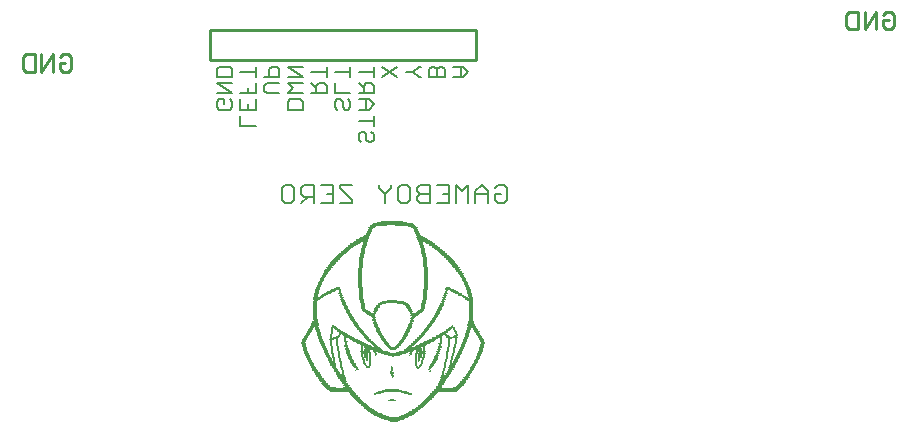
<source format=gbo>
G75*
%MOIN*%
%OFA0B0*%
%FSLAX25Y25*%
%IPPOS*%
%LPD*%
%AMOC8*
5,1,8,0,0,1.08239X$1,22.5*
%
%ADD10C,0.00800*%
%ADD11R,0.00440X0.00222*%
%ADD12R,0.02450X0.00222*%
%ADD13R,0.04220X0.00223*%
%ADD14R,0.05550X0.00222*%
%ADD15R,0.06890X0.00222*%
%ADD16R,0.08000X0.00222*%
%ADD17R,0.08890X0.00222*%
%ADD18R,0.04230X0.00223*%
%ADD19R,0.04000X0.00222*%
%ADD20R,0.03560X0.00222*%
%ADD21R,0.03330X0.00222*%
%ADD22R,0.03110X0.00222*%
%ADD23R,0.03110X0.00223*%
%ADD24R,0.03120X0.00222*%
%ADD25R,0.02660X0.00222*%
%ADD26R,0.02670X0.00222*%
%ADD27R,0.02440X0.00222*%
%ADD28R,0.02670X0.00222*%
%ADD29R,0.02450X0.00223*%
%ADD30R,0.02220X0.00222*%
%ADD31R,0.02230X0.00222*%
%ADD32R,0.02440X0.00223*%
%ADD33R,0.02220X0.00223*%
%ADD34R,0.02000X0.00222*%
%ADD35R,0.02220X0.00222*%
%ADD36R,0.02000X0.00223*%
%ADD37R,0.02440X0.00222*%
%ADD38R,0.01780X0.00222*%
%ADD39R,0.01560X0.00222*%
%ADD40R,0.01780X0.00223*%
%ADD41R,0.01770X0.00222*%
%ADD42R,0.00890X0.00222*%
%ADD43R,0.01110X0.00222*%
%ADD44R,0.01560X0.00223*%
%ADD45R,0.02890X0.00222*%
%ADD46R,0.03550X0.00222*%
%ADD47R,0.04220X0.00222*%
%ADD48R,0.07110X0.00222*%
%ADD49R,0.07780X0.00222*%
%ADD50R,0.08450X0.00222*%
%ADD51R,0.08000X0.00223*%
%ADD52R,0.06890X0.00223*%
%ADD53R,0.08220X0.00223*%
%ADD54R,0.08220X0.00222*%
%ADD55R,0.04440X0.00222*%
%ADD56R,0.08230X0.00222*%
%ADD57R,0.01550X0.00223*%
%ADD58R,0.01550X0.00222*%
%ADD59R,0.02230X0.00223*%
%ADD60R,0.00230X0.00222*%
%ADD61R,0.00450X0.00222*%
%ADD62R,0.00890X0.00223*%
%ADD63R,0.00670X0.00223*%
%ADD64R,0.00880X0.00223*%
%ADD65R,0.00880X0.00222*%
%ADD66R,0.00660X0.00222*%
%ADD67R,0.01120X0.00222*%
%ADD68R,0.00890X0.00222*%
%ADD69R,0.01120X0.00223*%
%ADD70R,0.00890X0.00223*%
%ADD71R,0.00220X0.00222*%
%ADD72R,0.00670X0.00223*%
%ADD73R,0.00440X0.00223*%
%ADD74R,0.00670X0.00222*%
%ADD75R,0.01340X0.00222*%
%ADD76R,0.00220X0.00222*%
%ADD77R,0.01110X0.00223*%
%ADD78R,0.00450X0.00223*%
%ADD79R,0.00220X0.00223*%
%ADD80R,0.01330X0.00223*%
%ADD81R,0.00670X0.00222*%
%ADD82R,0.00660X0.00223*%
%ADD83R,0.01340X0.00222*%
%ADD84R,0.01330X0.00222*%
%ADD85R,0.04220X0.00222*%
%ADD86R,0.05770X0.00223*%
%ADD87R,0.03780X0.00222*%
%ADD88R,0.03770X0.00222*%
%ADD89R,0.04890X0.00222*%
%ADD90R,0.04000X0.00223*%
%ADD91R,0.03340X0.00222*%
%ADD92R,0.05330X0.00222*%
%ADD93R,0.01340X0.00223*%
%ADD94R,0.05330X0.00223*%
%ADD95R,0.02670X0.00223*%
%ADD96R,0.05110X0.00223*%
%ADD97R,0.01340X0.00223*%
%ADD98R,0.05110X0.00222*%
%ADD99R,0.02890X0.00223*%
%ADD100R,0.02440X0.00223*%
%ADD101R,0.02220X0.00223*%
%ADD102R,0.02890X0.00222*%
%ADD103R,0.03330X0.00223*%
%ADD104R,0.08670X0.00222*%
%ADD105R,0.07550X0.00222*%
%ADD106R,0.05560X0.00222*%
%ADD107R,0.01770X0.00223*%
%ADD108R,0.02670X0.00223*%
%ADD109R,0.05560X0.00223*%
%ADD110R,0.06670X0.00223*%
%ADD111R,0.14220X0.00222*%
%ADD112R,0.13330X0.00222*%
%ADD113R,0.11780X0.00222*%
%ADD114R,0.10000X0.00223*%
%ADD115R,0.07330X0.00222*%
%ADD116C,0.00900*%
%ADD117C,0.01000*%
D10*
X0114612Y0128696D02*
X0113577Y0129730D01*
X0113577Y0133867D01*
X0114612Y0134901D01*
X0116680Y0134901D01*
X0117714Y0133867D01*
X0117714Y0129730D01*
X0116680Y0128696D01*
X0114612Y0128696D01*
X0120023Y0128696D02*
X0122091Y0130765D01*
X0121057Y0130765D02*
X0124160Y0130765D01*
X0124160Y0128696D02*
X0124160Y0134901D01*
X0121057Y0134901D01*
X0120023Y0133867D01*
X0120023Y0131799D01*
X0121057Y0130765D01*
X0126468Y0128696D02*
X0130605Y0128696D01*
X0130605Y0134901D01*
X0126468Y0134901D01*
X0128537Y0131799D02*
X0130605Y0131799D01*
X0132914Y0133867D02*
X0137051Y0129730D01*
X0137051Y0128696D01*
X0132914Y0128696D01*
X0132914Y0133867D02*
X0132914Y0134901D01*
X0137051Y0134901D01*
X0145805Y0134901D02*
X0145805Y0133867D01*
X0147873Y0131799D01*
X0147873Y0128696D01*
X0147873Y0131799D02*
X0149942Y0133867D01*
X0149942Y0134901D01*
X0152250Y0133867D02*
X0153285Y0134901D01*
X0155353Y0134901D01*
X0156387Y0133867D01*
X0156387Y0129730D01*
X0155353Y0128696D01*
X0153285Y0128696D01*
X0152250Y0129730D01*
X0152250Y0133867D01*
X0158696Y0133867D02*
X0158696Y0132833D01*
X0159730Y0131799D01*
X0162833Y0131799D01*
X0162833Y0134901D02*
X0162833Y0128696D01*
X0159730Y0128696D01*
X0158696Y0129730D01*
X0158696Y0130765D01*
X0159730Y0131799D01*
X0158696Y0133867D02*
X0159730Y0134901D01*
X0162833Y0134901D01*
X0165141Y0134901D02*
X0169278Y0134901D01*
X0169278Y0128696D01*
X0165141Y0128696D01*
X0167210Y0131799D02*
X0169278Y0131799D01*
X0171587Y0134901D02*
X0171587Y0128696D01*
X0175724Y0128696D02*
X0175724Y0134901D01*
X0173655Y0132833D01*
X0171587Y0134901D01*
X0178032Y0132833D02*
X0178032Y0128696D01*
X0178032Y0131799D02*
X0182169Y0131799D01*
X0182169Y0132833D02*
X0182169Y0128696D01*
X0184478Y0129730D02*
X0184478Y0131799D01*
X0186546Y0131799D01*
X0184478Y0133867D02*
X0185512Y0134901D01*
X0187581Y0134901D01*
X0188615Y0133867D01*
X0188615Y0129730D01*
X0187581Y0128696D01*
X0185512Y0128696D01*
X0184478Y0129730D01*
X0182169Y0132833D02*
X0180101Y0134901D01*
X0178032Y0132833D01*
X0144192Y0149974D02*
X0143340Y0149122D01*
X0142488Y0149122D01*
X0141637Y0149974D01*
X0141637Y0151677D01*
X0140785Y0152529D01*
X0139934Y0152529D01*
X0139082Y0151677D01*
X0139082Y0149974D01*
X0139934Y0149122D01*
X0144192Y0149974D02*
X0144192Y0151677D01*
X0143340Y0152529D01*
X0144192Y0154560D02*
X0144192Y0157967D01*
X0144192Y0156263D02*
X0139082Y0156263D01*
X0139082Y0159998D02*
X0142488Y0159998D01*
X0144192Y0161701D01*
X0142488Y0163404D01*
X0139082Y0163404D01*
X0139082Y0165435D02*
X0144192Y0165435D01*
X0144192Y0167990D01*
X0143340Y0168842D01*
X0141637Y0168842D01*
X0140785Y0167990D01*
X0140785Y0165435D01*
X0140785Y0167139D02*
X0139082Y0168842D01*
X0136318Y0170873D02*
X0136318Y0174280D01*
X0136318Y0172576D02*
X0131208Y0172576D01*
X0128444Y0172576D02*
X0123334Y0172576D01*
X0120570Y0170873D02*
X0115460Y0174280D01*
X0120570Y0174280D01*
X0120570Y0170873D02*
X0115460Y0170873D01*
X0115460Y0168842D02*
X0120570Y0168842D01*
X0123334Y0168842D02*
X0125037Y0167139D01*
X0125037Y0167990D02*
X0125037Y0165435D01*
X0123334Y0165435D02*
X0128444Y0165435D01*
X0128444Y0167990D01*
X0127592Y0168842D01*
X0125889Y0168842D01*
X0125037Y0167990D01*
X0128444Y0170873D02*
X0128444Y0174280D01*
X0131208Y0168842D02*
X0131208Y0165435D01*
X0136318Y0165435D01*
X0135466Y0163404D02*
X0136318Y0162553D01*
X0136318Y0160849D01*
X0135466Y0159998D01*
X0134614Y0159998D01*
X0133763Y0160849D01*
X0133763Y0162553D01*
X0132911Y0163404D01*
X0132060Y0163404D01*
X0131208Y0162553D01*
X0131208Y0160849D01*
X0132060Y0159998D01*
X0141637Y0159998D02*
X0141637Y0163404D01*
X0144192Y0170873D02*
X0144192Y0174280D01*
X0144192Y0172576D02*
X0139082Y0172576D01*
X0146956Y0170873D02*
X0152066Y0174280D01*
X0154830Y0172576D02*
X0157385Y0172576D01*
X0159088Y0174280D01*
X0159940Y0174280D01*
X0162704Y0173428D02*
X0162704Y0170873D01*
X0167814Y0170873D01*
X0167814Y0173428D01*
X0166962Y0174280D01*
X0166110Y0174280D01*
X0165259Y0173428D01*
X0165259Y0170873D01*
X0159940Y0170873D02*
X0159088Y0170873D01*
X0157385Y0172576D01*
X0162704Y0173428D02*
X0163556Y0174280D01*
X0164407Y0174280D01*
X0165259Y0173428D01*
X0170578Y0174280D02*
X0173984Y0174280D01*
X0175688Y0172576D01*
X0173984Y0170873D01*
X0170578Y0170873D01*
X0173133Y0170873D02*
X0173133Y0174280D01*
X0152066Y0170873D02*
X0146956Y0174280D01*
X0120570Y0165435D02*
X0115460Y0165435D01*
X0117163Y0167139D01*
X0115460Y0168842D01*
X0112696Y0168842D02*
X0108437Y0168842D01*
X0107586Y0167990D01*
X0107586Y0166287D01*
X0108437Y0165435D01*
X0112696Y0165435D01*
X0115460Y0162553D02*
X0116311Y0163404D01*
X0119718Y0163404D01*
X0120570Y0162553D01*
X0120570Y0159998D01*
X0115460Y0159998D01*
X0115460Y0162553D01*
X0112696Y0170873D02*
X0107586Y0170873D01*
X0109289Y0170873D02*
X0109289Y0173428D01*
X0110141Y0174280D01*
X0111844Y0174280D01*
X0112696Y0173428D01*
X0112696Y0170873D01*
X0104822Y0170873D02*
X0104822Y0174280D01*
X0104822Y0172576D02*
X0099712Y0172576D01*
X0096948Y0173428D02*
X0096948Y0170873D01*
X0091838Y0170873D01*
X0091838Y0173428D01*
X0092689Y0174280D01*
X0096096Y0174280D01*
X0096948Y0173428D01*
X0096948Y0168842D02*
X0091838Y0168842D01*
X0096948Y0165435D01*
X0091838Y0165435D01*
X0092689Y0163404D02*
X0094393Y0163404D01*
X0094393Y0161701D01*
X0096096Y0159998D02*
X0092689Y0159998D01*
X0091838Y0160849D01*
X0091838Y0162553D01*
X0092689Y0163404D01*
X0096096Y0163404D02*
X0096948Y0162553D01*
X0096948Y0160849D01*
X0096096Y0159998D01*
X0099712Y0159998D02*
X0099712Y0163404D01*
X0099712Y0165435D02*
X0104822Y0165435D01*
X0104822Y0168842D01*
X0102267Y0167139D02*
X0102267Y0165435D01*
X0104822Y0163404D02*
X0104822Y0159998D01*
X0099712Y0159998D01*
X0099712Y0157967D02*
X0099712Y0154560D01*
X0104822Y0154560D01*
X0102267Y0159998D02*
X0102267Y0161701D01*
D11*
X0171365Y0081493D03*
X0170925Y0079493D03*
X0170255Y0077048D03*
X0170255Y0076826D03*
X0170035Y0075937D03*
X0162925Y0072604D03*
X0158925Y0073493D03*
X0158255Y0074826D03*
X0158255Y0075048D03*
X0150255Y0073715D03*
X0150255Y0073493D03*
X0142925Y0074604D03*
X0142925Y0074826D03*
X0142925Y0075048D03*
X0142925Y0077715D03*
X0140255Y0078382D03*
X0130925Y0076604D03*
X0130925Y0076382D03*
X0138925Y0073048D03*
X0150925Y0055715D03*
D12*
X0150810Y0055937D03*
X0167700Y0070382D03*
X0167700Y0070604D03*
X0161480Y0081937D03*
X0160590Y0081493D03*
X0162810Y0082604D03*
X0150810Y0077715D03*
X0140810Y0081493D03*
X0138590Y0082604D03*
X0137700Y0083048D03*
X0124590Y0088382D03*
X0133480Y0070604D03*
X0136810Y0114382D03*
X0137480Y0114826D03*
X0137700Y0115048D03*
X0138810Y0115715D03*
X0162590Y0115493D03*
X0164810Y0113937D03*
D13*
X0147925Y0057270D03*
X0150815Y0056159D03*
D14*
X0150810Y0056382D03*
D15*
X0150810Y0056604D03*
D16*
X0150705Y0056826D03*
D17*
X0150700Y0057048D03*
D18*
X0153700Y0057270D03*
D19*
X0147145Y0057493D03*
X0148475Y0078604D03*
D20*
X0147365Y0065715D03*
X0154255Y0057493D03*
X0143145Y0091937D03*
D21*
X0157920Y0091715D03*
X0158370Y0080382D03*
X0141480Y0078826D03*
X0146590Y0057715D03*
X0154810Y0057715D03*
X0160370Y0116604D03*
D22*
X0160260Y0116826D03*
X0140920Y0116826D03*
X0131590Y0099715D03*
X0141590Y0081048D03*
X0142700Y0080604D03*
X0141370Y0079048D03*
X0150700Y0080382D03*
X0159810Y0081048D03*
X0159810Y0079048D03*
X0165370Y0083715D03*
X0155370Y0057937D03*
X0146030Y0057937D03*
D23*
X0145590Y0058159D03*
X0155810Y0058159D03*
X0141370Y0079270D03*
X0150260Y0096159D03*
D24*
X0145145Y0058382D03*
D25*
X0144255Y0058826D03*
X0144035Y0059048D03*
X0146255Y0065493D03*
X0135145Y0067048D03*
X0156255Y0058382D03*
X0168035Y0071048D03*
X0142255Y0080826D03*
X0139145Y0115937D03*
X0160035Y0117048D03*
X0162255Y0115715D03*
D26*
X0176700Y0087937D03*
X0176700Y0087715D03*
X0165590Y0083937D03*
X0156700Y0058604D03*
X0144700Y0058604D03*
D27*
X0143255Y0059493D03*
X0143035Y0059715D03*
X0157035Y0058826D03*
X0158365Y0059715D03*
X0161035Y0081715D03*
X0162365Y0082382D03*
X0163255Y0082826D03*
X0175925Y0096604D03*
X0169255Y0099937D03*
X0163925Y0114604D03*
X0163255Y0115048D03*
X0133925Y0085048D03*
X0139035Y0082382D03*
X0139925Y0081937D03*
X0140365Y0081715D03*
D28*
X0143370Y0091493D03*
X0131810Y0099937D03*
X0125370Y0096826D03*
X0124480Y0087937D03*
X0124480Y0087715D03*
X0133370Y0070826D03*
X0157370Y0059048D03*
X0171810Y0067048D03*
X0167810Y0070826D03*
X0157810Y0091493D03*
X0175810Y0096826D03*
X0156920Y0120826D03*
X0138480Y0115493D03*
D29*
X0159700Y0117270D03*
X0157700Y0091270D03*
X0176590Y0088159D03*
X0139480Y0082159D03*
X0135480Y0084159D03*
X0124590Y0088159D03*
X0133700Y0070159D03*
X0143700Y0059270D03*
X0157700Y0059270D03*
D30*
X0158035Y0059493D03*
X0160035Y0061048D03*
X0142035Y0060382D03*
X0130255Y0075715D03*
X0141145Y0078604D03*
X0160255Y0078604D03*
X0160255Y0078826D03*
X0125145Y0096604D03*
X0135145Y0113048D03*
X0136035Y0113715D03*
X0136255Y0113937D03*
X0137145Y0114604D03*
X0144035Y0120826D03*
X0164255Y0114382D03*
X0165145Y0113715D03*
X0166035Y0113048D03*
X0166255Y0112826D03*
D31*
X0163590Y0114826D03*
X0141590Y0117493D03*
X0135590Y0113493D03*
X0130700Y0099493D03*
X0158700Y0091937D03*
X0163590Y0083048D03*
X0150700Y0079937D03*
X0133590Y0070382D03*
X0141590Y0060826D03*
X0142700Y0059937D03*
X0158700Y0059937D03*
X0159590Y0060604D03*
X0176700Y0088382D03*
D32*
X0161925Y0082159D03*
X0142365Y0060159D03*
D33*
X0155365Y0065270D03*
X0158925Y0060159D03*
X0128925Y0067270D03*
X0137365Y0083270D03*
X0165815Y0084159D03*
X0170925Y0099270D03*
X0164475Y0114159D03*
X0136475Y0114159D03*
X0135365Y0113270D03*
D34*
X0134815Y0112826D03*
X0134585Y0112604D03*
X0134365Y0112382D03*
X0133475Y0111715D03*
X0133255Y0111493D03*
X0132815Y0111048D03*
X0132585Y0110826D03*
X0132365Y0110604D03*
X0132145Y0110382D03*
X0129705Y0099048D03*
X0129255Y0098826D03*
X0128815Y0098604D03*
X0125035Y0096382D03*
X0124585Y0088826D03*
X0124585Y0088604D03*
X0131035Y0087048D03*
X0134585Y0084826D03*
X0135035Y0084604D03*
X0135255Y0084382D03*
X0141925Y0079493D03*
X0130365Y0075493D03*
X0130145Y0075937D03*
X0133925Y0069715D03*
X0133925Y0069493D03*
X0128585Y0067493D03*
X0138585Y0063493D03*
X0139035Y0063048D03*
X0139255Y0062826D03*
X0139475Y0062604D03*
X0139705Y0062382D03*
X0140145Y0061937D03*
X0140815Y0061493D03*
X0141255Y0061048D03*
X0159255Y0060382D03*
X0160585Y0061493D03*
X0160815Y0061715D03*
X0161035Y0061937D03*
X0161475Y0062382D03*
X0161705Y0062604D03*
X0163475Y0064382D03*
X0167035Y0069048D03*
X0167255Y0069493D03*
X0170145Y0073937D03*
X0170365Y0074382D03*
X0170365Y0074604D03*
X0170585Y0075048D03*
X0169705Y0083715D03*
X0166365Y0084604D03*
X0159475Y0092382D03*
X0159705Y0092604D03*
X0171255Y0099048D03*
X0171705Y0098826D03*
X0176145Y0096382D03*
X0176585Y0088604D03*
X0167705Y0111493D03*
X0167475Y0111715D03*
X0167255Y0111937D03*
X0166815Y0112382D03*
X0159475Y0117493D03*
X0157475Y0120604D03*
X0141705Y0092604D03*
X0141925Y0092382D03*
D35*
X0146475Y0095048D03*
X0154475Y0095048D03*
X0167365Y0085048D03*
X0164475Y0083493D03*
X0170475Y0074826D03*
X0167365Y0069937D03*
X0167365Y0069715D03*
X0159815Y0060826D03*
X0141815Y0060604D03*
X0140475Y0061715D03*
X0133815Y0069937D03*
X0136925Y0083493D03*
X0136475Y0083715D03*
X0170475Y0099493D03*
X0166475Y0112604D03*
X0165365Y0113493D03*
X0133815Y0111937D03*
D36*
X0134145Y0112159D03*
X0133035Y0111270D03*
X0130145Y0099270D03*
X0133925Y0085270D03*
X0134145Y0069270D03*
X0138815Y0063270D03*
X0139925Y0062159D03*
X0141035Y0061270D03*
X0145475Y0065270D03*
X0160365Y0061270D03*
X0161255Y0062159D03*
X0172365Y0067270D03*
X0167035Y0069270D03*
X0170145Y0074159D03*
X0159255Y0079270D03*
X0169035Y0100159D03*
X0167925Y0111270D03*
X0167035Y0112159D03*
X0165705Y0113270D03*
D37*
X0138145Y0082826D03*
X0160145Y0078382D03*
X0150145Y0062826D03*
D38*
X0156035Y0065048D03*
X0162035Y0062826D03*
X0162255Y0063048D03*
X0162925Y0063715D03*
X0163145Y0063937D03*
X0163815Y0064826D03*
X0164035Y0065048D03*
X0164475Y0065493D03*
X0165815Y0067048D03*
X0166035Y0067493D03*
X0166925Y0068826D03*
X0172925Y0067715D03*
X0173145Y0067937D03*
X0173815Y0068826D03*
X0174035Y0069048D03*
X0174475Y0069715D03*
X0174925Y0070382D03*
X0175145Y0070604D03*
X0170035Y0073715D03*
X0168925Y0071715D03*
X0159365Y0079493D03*
X0159365Y0079715D03*
X0166035Y0084382D03*
X0167815Y0085493D03*
X0170255Y0087048D03*
X0176475Y0088826D03*
X0176475Y0089048D03*
X0178475Y0085715D03*
X0160035Y0092826D03*
X0154925Y0094826D03*
X0141365Y0092826D03*
X0132925Y0085937D03*
X0141815Y0079715D03*
X0132475Y0071493D03*
X0130475Y0075048D03*
X0126035Y0070826D03*
X0126925Y0069493D03*
X0127365Y0069048D03*
X0127815Y0068382D03*
X0128255Y0067937D03*
X0128475Y0067715D03*
X0134255Y0069048D03*
X0134475Y0068604D03*
X0134925Y0067937D03*
X0135145Y0067715D03*
X0136925Y0065493D03*
X0137145Y0065048D03*
X0137365Y0064826D03*
X0137815Y0064382D03*
X0138255Y0063937D03*
X0138475Y0063715D03*
X0128475Y0098382D03*
X0128925Y0106382D03*
X0129365Y0107048D03*
X0129815Y0107715D03*
X0130035Y0107937D03*
X0130475Y0108382D03*
X0130925Y0109048D03*
X0131365Y0109493D03*
X0131815Y0109937D03*
X0141815Y0117715D03*
X0143365Y0120382D03*
X0157815Y0120382D03*
X0168255Y0111048D03*
X0168475Y0110826D03*
X0168925Y0110382D03*
X0169365Y0109937D03*
X0169815Y0109493D03*
X0170255Y0109048D03*
X0170255Y0108826D03*
X0170475Y0108604D03*
X0171145Y0107937D03*
X0171365Y0107493D03*
X0171815Y0107048D03*
X0172255Y0106382D03*
X0173145Y0105048D03*
X0172255Y0098604D03*
X0173365Y0097937D03*
D39*
X0174145Y0097493D03*
X0176365Y0097493D03*
X0175255Y0101048D03*
X0175035Y0101493D03*
X0174365Y0102826D03*
X0174365Y0103048D03*
X0174145Y0103493D03*
X0173925Y0103715D03*
X0173255Y0104826D03*
X0172145Y0106604D03*
X0171925Y0106826D03*
X0171255Y0107715D03*
X0160365Y0113715D03*
X0160145Y0114604D03*
X0159255Y0117715D03*
X0159035Y0117937D03*
X0158365Y0119493D03*
X0158145Y0119715D03*
X0158145Y0119937D03*
X0143035Y0119937D03*
X0143035Y0119715D03*
X0142365Y0118382D03*
X0142145Y0117937D03*
X0140145Y0110604D03*
X0129255Y0106826D03*
X0129035Y0106604D03*
X0128365Y0105715D03*
X0128365Y0105493D03*
X0127925Y0105048D03*
X0127925Y0104826D03*
X0127255Y0103937D03*
X0127255Y0103715D03*
X0127035Y0103493D03*
X0126365Y0101937D03*
X0126145Y0101715D03*
X0126145Y0101493D03*
X0125925Y0101048D03*
X0125035Y0098382D03*
X0127255Y0097715D03*
X0132365Y0100382D03*
X0141035Y0093048D03*
X0146145Y0094826D03*
X0133255Y0085715D03*
X0132365Y0086382D03*
X0131925Y0083937D03*
X0127035Y0081937D03*
X0126365Y0083493D03*
X0125925Y0084826D03*
X0123255Y0086604D03*
X0123255Y0086826D03*
X0123035Y0086382D03*
X0122365Y0085048D03*
X0122145Y0084826D03*
X0121925Y0084604D03*
X0121925Y0084382D03*
X0121255Y0083493D03*
X0121035Y0083048D03*
X0121035Y0082826D03*
X0121255Y0079937D03*
X0122145Y0077715D03*
X0122365Y0077048D03*
X0123035Y0075715D03*
X0123255Y0075493D03*
X0124145Y0073715D03*
X0124365Y0073493D03*
X0125035Y0072382D03*
X0125255Y0071937D03*
X0125925Y0071048D03*
X0126145Y0070604D03*
X0126365Y0070382D03*
X0131035Y0073715D03*
X0131035Y0073937D03*
X0131255Y0073493D03*
X0131925Y0072382D03*
X0132145Y0071937D03*
X0132365Y0071715D03*
X0134365Y0068826D03*
X0135255Y0067493D03*
X0145035Y0065048D03*
X0150145Y0063048D03*
X0166145Y0067715D03*
X0166365Y0067937D03*
X0169035Y0071937D03*
X0169255Y0072382D03*
X0169925Y0073493D03*
X0171255Y0075715D03*
X0171925Y0076826D03*
X0171925Y0077048D03*
X0172145Y0077493D03*
X0172365Y0077715D03*
X0172365Y0077937D03*
X0173255Y0079715D03*
X0173925Y0081048D03*
X0174145Y0081715D03*
X0175035Y0083937D03*
X0175255Y0084604D03*
X0175925Y0087048D03*
X0177925Y0086826D03*
X0177925Y0086604D03*
X0178145Y0086382D03*
X0178365Y0085937D03*
X0179035Y0084826D03*
X0179255Y0084604D03*
X0179255Y0084382D03*
X0180145Y0083048D03*
X0180145Y0082826D03*
X0180365Y0082382D03*
X0180365Y0081493D03*
X0179925Y0079715D03*
X0179255Y0077937D03*
X0179035Y0077493D03*
X0178365Y0075937D03*
X0178145Y0075715D03*
X0178145Y0075493D03*
X0177925Y0075048D03*
X0177255Y0073937D03*
X0177035Y0073715D03*
X0177035Y0073493D03*
X0176365Y0072604D03*
X0176365Y0072382D03*
X0175925Y0071937D03*
X0175925Y0071715D03*
X0175255Y0070826D03*
X0174365Y0069493D03*
X0159035Y0073937D03*
X0168145Y0085715D03*
X0168365Y0085937D03*
X0169035Y0086382D03*
X0141925Y0079937D03*
X0129255Y0077048D03*
X0129035Y0077493D03*
X0128365Y0078826D03*
X0128145Y0079493D03*
X0127925Y0079715D03*
X0127925Y0079937D03*
D40*
X0130475Y0075270D03*
X0125145Y0072159D03*
X0126475Y0070159D03*
X0127145Y0069270D03*
X0128035Y0068159D03*
X0138035Y0064159D03*
X0162475Y0063270D03*
X0163365Y0064159D03*
X0164255Y0065270D03*
X0165815Y0067270D03*
X0166475Y0068159D03*
X0169815Y0073270D03*
X0173365Y0068159D03*
X0167365Y0085270D03*
X0176255Y0096159D03*
X0170925Y0108159D03*
X0170035Y0109270D03*
X0169145Y0110159D03*
X0132035Y0110159D03*
X0131145Y0109270D03*
X0130255Y0108159D03*
X0128035Y0098159D03*
D41*
X0124700Y0089048D03*
X0133590Y0085493D03*
X0131590Y0083715D03*
X0130700Y0074826D03*
X0130700Y0074604D03*
X0125590Y0071493D03*
X0124700Y0072826D03*
X0127590Y0068604D03*
X0136700Y0065715D03*
X0137590Y0064604D03*
X0162700Y0063493D03*
X0163590Y0064604D03*
X0166700Y0068382D03*
X0172700Y0067493D03*
X0173590Y0068604D03*
X0157590Y0091048D03*
X0143590Y0091048D03*
X0130700Y0108826D03*
X0131590Y0109715D03*
X0143590Y0120604D03*
X0168700Y0110604D03*
X0169590Y0109715D03*
X0170700Y0108382D03*
X0172700Y0105715D03*
X0172700Y0098382D03*
D42*
X0168480Y0099493D03*
X0168260Y0099048D03*
X0168260Y0098826D03*
X0168260Y0098604D03*
X0168030Y0097937D03*
X0167810Y0097493D03*
X0167590Y0096826D03*
X0167590Y0096604D03*
X0156700Y0089048D03*
X0156700Y0088826D03*
X0156480Y0088382D03*
X0156260Y0087715D03*
X0156480Y0092604D03*
X0156260Y0093048D03*
X0144700Y0092604D03*
X0144260Y0089937D03*
X0144480Y0089048D03*
X0144700Y0088382D03*
X0140260Y0080826D03*
X0140260Y0080604D03*
X0140260Y0079493D03*
X0141810Y0077048D03*
X0141810Y0076826D03*
X0141810Y0076604D03*
X0141590Y0074382D03*
X0142260Y0073715D03*
X0138480Y0073493D03*
X0138260Y0073715D03*
X0137810Y0074382D03*
X0136030Y0077715D03*
X0135810Y0078382D03*
X0135590Y0079048D03*
X0132700Y0077937D03*
X0132700Y0077715D03*
X0132700Y0077493D03*
X0132700Y0077048D03*
X0132480Y0078382D03*
X0132480Y0078604D03*
X0132480Y0078826D03*
X0132480Y0079048D03*
X0132260Y0079715D03*
X0132260Y0079937D03*
X0132260Y0080382D03*
X0132260Y0080604D03*
X0132030Y0081048D03*
X0132030Y0081493D03*
X0132030Y0081715D03*
X0132030Y0081937D03*
X0132030Y0082382D03*
X0132030Y0082604D03*
X0132480Y0084382D03*
X0132700Y0084604D03*
X0134700Y0083715D03*
X0134700Y0083493D03*
X0134700Y0083048D03*
X0134700Y0082826D03*
X0134700Y0082604D03*
X0129810Y0082826D03*
X0133590Y0073715D03*
X0133590Y0073493D03*
X0133590Y0073048D03*
X0133810Y0072826D03*
X0133810Y0072604D03*
X0133810Y0072382D03*
X0134030Y0071937D03*
X0134030Y0071715D03*
X0134030Y0071493D03*
X0134260Y0071048D03*
X0144700Y0064826D03*
X0150260Y0071493D03*
X0150260Y0071715D03*
X0150030Y0072382D03*
X0150030Y0072604D03*
X0150700Y0077493D03*
X0144700Y0078826D03*
X0158480Y0078604D03*
X0159810Y0074604D03*
X0163590Y0074604D03*
X0167590Y0073493D03*
X0167810Y0073715D03*
X0167810Y0073937D03*
X0167810Y0074382D03*
X0168030Y0074604D03*
X0168030Y0074826D03*
X0168030Y0075048D03*
X0168030Y0075493D03*
X0168260Y0075715D03*
X0168260Y0075937D03*
X0168260Y0076382D03*
X0168260Y0076604D03*
X0168480Y0076826D03*
X0168480Y0077048D03*
X0168480Y0077493D03*
X0168480Y0077715D03*
X0168700Y0077937D03*
X0168700Y0078382D03*
X0168700Y0078604D03*
X0168700Y0078826D03*
X0168700Y0079048D03*
X0165810Y0079493D03*
X0165590Y0078826D03*
X0166030Y0080382D03*
X0166260Y0081048D03*
X0166260Y0081493D03*
X0166260Y0081715D03*
X0166480Y0082382D03*
X0166480Y0082604D03*
X0166480Y0082826D03*
X0166480Y0083048D03*
X0166480Y0083493D03*
X0168480Y0084604D03*
X0171810Y0084604D03*
X0171810Y0084826D03*
X0167590Y0073048D03*
X0167590Y0072826D03*
X0134030Y0095715D03*
X0133810Y0096382D03*
X0133590Y0096826D03*
X0133590Y0097048D03*
D43*
X0133700Y0096604D03*
X0133920Y0095937D03*
X0134370Y0095048D03*
X0134370Y0094826D03*
X0134590Y0094604D03*
X0134590Y0094382D03*
X0134810Y0093937D03*
X0135030Y0093715D03*
X0135030Y0093493D03*
X0135260Y0093048D03*
X0135480Y0092826D03*
X0135480Y0092604D03*
X0135700Y0092382D03*
X0135920Y0091937D03*
X0135920Y0091715D03*
X0136370Y0091048D03*
X0136590Y0090826D03*
X0136590Y0090604D03*
X0136810Y0090382D03*
X0137030Y0089937D03*
X0137260Y0089715D03*
X0137700Y0089048D03*
X0137920Y0088604D03*
X0138370Y0087937D03*
X0138590Y0087715D03*
X0139030Y0087048D03*
X0139260Y0086826D03*
X0144590Y0088604D03*
X0144590Y0088826D03*
X0144370Y0089493D03*
X0144370Y0089715D03*
X0145030Y0087715D03*
X0145030Y0087493D03*
X0145260Y0087048D03*
X0145480Y0086826D03*
X0145480Y0086604D03*
X0145480Y0086382D03*
X0145700Y0085937D03*
X0145920Y0085715D03*
X0146370Y0084826D03*
X0146590Y0084604D03*
X0146590Y0084382D03*
X0147030Y0083715D03*
X0147260Y0083493D03*
X0147480Y0083048D03*
X0147700Y0082826D03*
X0147920Y0082382D03*
X0149030Y0081048D03*
X0149260Y0080826D03*
X0152590Y0081493D03*
X0152810Y0081715D03*
X0153260Y0082382D03*
X0153480Y0082604D03*
X0154370Y0083937D03*
X0154590Y0084382D03*
X0154810Y0084604D03*
X0154810Y0084826D03*
X0155030Y0085048D03*
X0155260Y0085493D03*
X0155260Y0085715D03*
X0155480Y0085937D03*
X0155700Y0086382D03*
X0155700Y0086604D03*
X0155920Y0086826D03*
X0155920Y0087048D03*
X0156370Y0087937D03*
X0156590Y0088604D03*
X0156810Y0089493D03*
X0157260Y0090604D03*
X0156810Y0091937D03*
X0156590Y0092382D03*
X0156370Y0092826D03*
X0155920Y0093493D03*
X0155920Y0093715D03*
X0155700Y0093937D03*
X0155480Y0094382D03*
X0161480Y0099937D03*
X0167920Y0097715D03*
X0167700Y0097048D03*
X0167480Y0096382D03*
X0167260Y0095937D03*
X0167260Y0095715D03*
X0166810Y0094826D03*
X0166810Y0094604D03*
X0166590Y0094382D03*
X0166370Y0093937D03*
X0166370Y0093715D03*
X0165920Y0093048D03*
X0165920Y0092826D03*
X0165700Y0092604D03*
X0165700Y0092382D03*
X0165480Y0091937D03*
X0165260Y0091715D03*
X0164810Y0091048D03*
X0164810Y0090826D03*
X0164590Y0090604D03*
X0163920Y0089493D03*
X0163700Y0089048D03*
X0163480Y0088826D03*
X0161700Y0086382D03*
X0160590Y0085048D03*
X0156370Y0080826D03*
X0159480Y0077715D03*
X0159480Y0077493D03*
X0159480Y0077048D03*
X0159030Y0073715D03*
X0163480Y0074382D03*
X0163700Y0074826D03*
X0163920Y0075048D03*
X0164370Y0075715D03*
X0164370Y0075937D03*
X0164590Y0076382D03*
X0164810Y0076604D03*
X0164810Y0076826D03*
X0165030Y0077493D03*
X0165260Y0077715D03*
X0165260Y0077937D03*
X0165480Y0078382D03*
X0165480Y0078604D03*
X0165700Y0079048D03*
X0165920Y0079715D03*
X0165920Y0079937D03*
X0166370Y0081937D03*
X0168590Y0084382D03*
X0169030Y0083937D03*
X0169480Y0083493D03*
X0170590Y0083937D03*
X0176590Y0091493D03*
X0176590Y0095715D03*
X0168810Y0100382D03*
X0145700Y0094604D03*
X0145700Y0094382D03*
X0145480Y0093937D03*
X0145260Y0093715D03*
X0145030Y0093493D03*
X0144810Y0093048D03*
X0144810Y0092826D03*
X0144590Y0092382D03*
X0133260Y0097937D03*
X0133030Y0098604D03*
X0124590Y0095493D03*
X0124590Y0091937D03*
X0130810Y0087493D03*
X0131700Y0086826D03*
X0129920Y0083048D03*
X0134810Y0082382D03*
X0135030Y0081048D03*
X0135030Y0080826D03*
X0135260Y0079937D03*
X0135480Y0079493D03*
X0135700Y0078826D03*
X0135700Y0078604D03*
X0135920Y0077937D03*
X0136370Y0077048D03*
X0136370Y0076826D03*
X0136590Y0076604D03*
X0136590Y0076382D03*
X0136810Y0075937D03*
X0137030Y0075715D03*
X0137030Y0075493D03*
X0137480Y0075048D03*
X0137480Y0074826D03*
X0137700Y0074604D03*
X0141700Y0077493D03*
X0141700Y0077715D03*
X0141700Y0077937D03*
X0145260Y0080604D03*
X0156370Y0064826D03*
X0139700Y0106826D03*
D44*
X0128145Y0105270D03*
X0127035Y0103270D03*
X0126365Y0102159D03*
X0125255Y0099270D03*
X0123035Y0086159D03*
X0122365Y0085270D03*
X0121255Y0083270D03*
X0126145Y0084159D03*
X0127255Y0081270D03*
X0128145Y0079270D03*
X0129255Y0077270D03*
X0132145Y0072159D03*
X0124365Y0073270D03*
X0123925Y0074159D03*
X0123255Y0075270D03*
X0122365Y0077270D03*
X0121925Y0078159D03*
X0130145Y0083270D03*
X0137035Y0065270D03*
X0169255Y0072159D03*
X0171035Y0075270D03*
X0172145Y0077270D03*
X0173035Y0079270D03*
X0173925Y0081270D03*
X0174365Y0082159D03*
X0171255Y0084159D03*
X0178145Y0086159D03*
X0179925Y0083270D03*
X0176365Y0089270D03*
X0173035Y0098159D03*
X0175925Y0099270D03*
X0174145Y0103270D03*
X0173035Y0105270D03*
X0172365Y0106159D03*
X0159925Y0115270D03*
X0158365Y0119270D03*
X0157925Y0120159D03*
X0143255Y0120159D03*
X0141255Y0115270D03*
X0178365Y0076159D03*
X0177925Y0075270D03*
X0176145Y0072159D03*
X0174145Y0069270D03*
D45*
X0158590Y0080604D03*
X0167260Y0084826D03*
X0176810Y0087493D03*
X0169480Y0099715D03*
X0143260Y0091715D03*
X0135700Y0083937D03*
X0130810Y0083493D03*
X0125480Y0097048D03*
X0141030Y0117048D03*
X0154590Y0065493D03*
D46*
X0155810Y0079493D03*
X0159590Y0080826D03*
X0145590Y0079493D03*
X0132700Y0065715D03*
X0129810Y0067048D03*
X0140700Y0116604D03*
X0160700Y0116382D03*
D47*
X0161035Y0115937D03*
X0153255Y0065715D03*
D48*
X0167370Y0065715D03*
X0150700Y0078382D03*
D49*
X0133475Y0065937D03*
X0167925Y0065937D03*
D50*
X0150480Y0065937D03*
X0132480Y0066826D03*
D51*
X0133145Y0066159D03*
D52*
X0150370Y0066159D03*
D53*
X0168145Y0066159D03*
D54*
X0168365Y0066382D03*
X0168815Y0066826D03*
X0132815Y0066382D03*
D55*
X0150255Y0066382D03*
X0154925Y0079048D03*
X0150255Y0122604D03*
D56*
X0132590Y0066604D03*
X0168590Y0066604D03*
D57*
X0168590Y0071270D03*
X0174810Y0070159D03*
X0175480Y0071270D03*
X0176810Y0073270D03*
X0171480Y0076159D03*
X0172590Y0078159D03*
X0173480Y0080159D03*
X0175700Y0086159D03*
X0178810Y0085270D03*
X0179480Y0084159D03*
X0168810Y0086159D03*
X0174810Y0102159D03*
X0173700Y0104159D03*
X0142810Y0119270D03*
X0127480Y0104159D03*
X0126590Y0097270D03*
X0124810Y0096159D03*
X0124810Y0089270D03*
X0123700Y0087270D03*
X0121700Y0084159D03*
X0121480Y0079270D03*
X0122810Y0076159D03*
X0129700Y0076159D03*
X0130810Y0074159D03*
X0131480Y0073270D03*
X0132590Y0071270D03*
X0134810Y0068159D03*
X0135480Y0067270D03*
X0125700Y0071270D03*
X0132590Y0086159D03*
D58*
X0123700Y0074382D03*
X0123700Y0074604D03*
X0123480Y0074826D03*
X0123480Y0075048D03*
X0122590Y0076604D03*
X0121700Y0078604D03*
X0121700Y0078826D03*
X0120810Y0082382D03*
X0121480Y0083715D03*
X0121700Y0083937D03*
X0122590Y0085493D03*
X0122590Y0085715D03*
X0122810Y0085937D03*
X0123480Y0087048D03*
X0125480Y0086382D03*
X0126590Y0083048D03*
X0126810Y0082382D03*
X0127480Y0080826D03*
X0127700Y0080382D03*
X0128590Y0078382D03*
X0128810Y0077937D03*
X0129480Y0076826D03*
X0129480Y0076604D03*
X0129700Y0076382D03*
X0130810Y0074382D03*
X0131480Y0073048D03*
X0131700Y0072826D03*
X0131700Y0072604D03*
X0132810Y0071048D03*
X0134590Y0068382D03*
X0127480Y0068826D03*
X0126810Y0069715D03*
X0126590Y0069937D03*
X0125480Y0071715D03*
X0124810Y0072604D03*
X0124590Y0073048D03*
X0141480Y0078382D03*
X0150810Y0079715D03*
X0157480Y0090826D03*
X0173700Y0097715D03*
X0174810Y0097048D03*
X0175700Y0099937D03*
X0175480Y0100604D03*
X0174810Y0101937D03*
X0174590Y0102382D03*
X0174590Y0102604D03*
X0173480Y0104382D03*
X0173480Y0104604D03*
X0172810Y0105493D03*
X0172590Y0105937D03*
X0160590Y0112826D03*
X0158810Y0118382D03*
X0158590Y0118826D03*
X0158590Y0119048D03*
X0142810Y0119493D03*
X0142590Y0119048D03*
X0142590Y0118826D03*
X0141480Y0115937D03*
X0140810Y0113715D03*
X0140590Y0112826D03*
X0130590Y0108604D03*
X0129700Y0107493D03*
X0128590Y0105937D03*
X0127700Y0104604D03*
X0127700Y0104382D03*
X0126810Y0103048D03*
X0126810Y0102826D03*
X0126590Y0102604D03*
X0126590Y0102382D03*
X0125700Y0100604D03*
X0125480Y0099937D03*
X0127700Y0097937D03*
X0124810Y0089715D03*
X0124810Y0089493D03*
X0166810Y0068604D03*
X0168810Y0071493D03*
X0169480Y0072604D03*
X0169700Y0072826D03*
X0169700Y0073048D03*
X0174590Y0069937D03*
X0175480Y0071048D03*
X0175700Y0071493D03*
X0176590Y0072826D03*
X0176810Y0073048D03*
X0177480Y0074382D03*
X0177700Y0074604D03*
X0177700Y0074826D03*
X0178590Y0076382D03*
X0178590Y0076604D03*
X0178810Y0076826D03*
X0178810Y0077048D03*
X0179480Y0078604D03*
X0179700Y0079048D03*
X0179700Y0083715D03*
X0179480Y0083937D03*
X0178810Y0085048D03*
X0178590Y0085493D03*
X0177700Y0087048D03*
X0174810Y0083493D03*
X0174590Y0082826D03*
X0173700Y0080604D03*
X0172810Y0078826D03*
X0172810Y0078604D03*
X0172590Y0078382D03*
X0171700Y0076604D03*
X0171700Y0076382D03*
X0171480Y0075937D03*
X0173480Y0068382D03*
D59*
X0167590Y0070159D03*
X0143590Y0091270D03*
D60*
X0170590Y0087715D03*
X0150590Y0070604D03*
D61*
X0150480Y0070826D03*
X0150480Y0071048D03*
X0160700Y0077048D03*
X0162480Y0073048D03*
X0169810Y0075493D03*
X0170480Y0077715D03*
X0170700Y0078604D03*
X0171810Y0083937D03*
X0130700Y0087715D03*
X0130480Y0078382D03*
X0130700Y0077493D03*
D62*
X0132480Y0078159D03*
X0132700Y0077270D03*
X0132480Y0079270D03*
X0132260Y0080159D03*
X0132030Y0081270D03*
X0132030Y0082159D03*
X0134700Y0083270D03*
X0130260Y0086159D03*
X0134260Y0095270D03*
X0144480Y0092159D03*
X0144260Y0090159D03*
X0144480Y0089270D03*
X0156700Y0092159D03*
X0167810Y0097270D03*
X0168030Y0098159D03*
X0168260Y0099270D03*
X0166480Y0083270D03*
X0166480Y0082159D03*
X0166260Y0081270D03*
X0166030Y0080159D03*
X0168700Y0078159D03*
X0168480Y0077270D03*
X0168260Y0076159D03*
X0168030Y0075270D03*
X0167810Y0074159D03*
X0167590Y0073270D03*
X0141810Y0074159D03*
X0133810Y0072159D03*
X0134030Y0071270D03*
X0133590Y0073270D03*
D63*
X0130370Y0079270D03*
X0129920Y0081270D03*
X0129920Y0082159D03*
X0129920Y0084159D03*
X0131920Y0083270D03*
X0140370Y0078159D03*
X0140810Y0076159D03*
X0141920Y0076159D03*
X0142810Y0078159D03*
X0150370Y0071270D03*
X0159480Y0074159D03*
X0160370Y0076159D03*
X0160810Y0077270D03*
X0158370Y0078159D03*
X0170370Y0077270D03*
X0170810Y0079270D03*
X0171480Y0082159D03*
X0171480Y0085270D03*
D64*
X0169145Y0082159D03*
X0169145Y0081270D03*
X0167145Y0071270D03*
X0133145Y0075270D03*
X0133145Y0098159D03*
D65*
X0133145Y0098382D03*
X0135145Y0080604D03*
X0135145Y0080382D03*
X0133145Y0075715D03*
X0133145Y0075493D03*
X0133145Y0075048D03*
X0133145Y0074826D03*
X0157145Y0090382D03*
X0167145Y0095493D03*
X0169145Y0081937D03*
X0169145Y0081715D03*
X0169145Y0081493D03*
X0169145Y0081048D03*
X0169145Y0080826D03*
X0163145Y0073937D03*
X0167145Y0071493D03*
D66*
X0167255Y0071715D03*
X0170145Y0076382D03*
X0170145Y0076604D03*
X0171035Y0079715D03*
X0171035Y0079937D03*
X0171035Y0080382D03*
X0171255Y0080604D03*
X0171255Y0080826D03*
X0171255Y0081048D03*
X0169035Y0080604D03*
X0169255Y0082382D03*
X0169255Y0082604D03*
X0171255Y0085937D03*
X0171035Y0086382D03*
X0171035Y0086604D03*
X0161035Y0080604D03*
X0161035Y0080382D03*
X0161035Y0079937D03*
X0161035Y0079715D03*
X0161035Y0079493D03*
X0159255Y0076382D03*
X0158145Y0076382D03*
X0158145Y0076604D03*
X0158145Y0076826D03*
X0158145Y0077048D03*
X0158145Y0075937D03*
X0158145Y0075715D03*
X0158145Y0075493D03*
X0160145Y0075493D03*
X0160145Y0075048D03*
X0150145Y0073048D03*
X0150145Y0072826D03*
X0143035Y0075493D03*
X0143035Y0075715D03*
X0143035Y0075937D03*
X0143035Y0076382D03*
X0143035Y0076604D03*
X0143035Y0076826D03*
X0143035Y0077048D03*
X0143035Y0077493D03*
X0141035Y0075715D03*
X0141035Y0075493D03*
X0141255Y0075048D03*
X0141255Y0074826D03*
X0140145Y0079715D03*
X0140145Y0079937D03*
X0140145Y0080382D03*
X0132145Y0080826D03*
X0130145Y0080826D03*
X0130145Y0080604D03*
X0130145Y0080382D03*
X0130145Y0079937D03*
X0130145Y0079715D03*
X0130145Y0085048D03*
X0130145Y0085493D03*
X0130145Y0085715D03*
X0130145Y0085937D03*
D67*
X0136145Y0091493D03*
X0138145Y0088382D03*
X0140145Y0085715D03*
X0144145Y0090382D03*
X0144145Y0090604D03*
X0134145Y0095493D03*
X0154145Y0083715D03*
X0154145Y0083493D03*
X0156145Y0087493D03*
X0164145Y0089715D03*
X0164145Y0089937D03*
X0166145Y0093493D03*
X0168145Y0098382D03*
X0166145Y0080826D03*
X0166145Y0080604D03*
X0164145Y0075493D03*
X0150145Y0071937D03*
X0138145Y0073937D03*
X0136145Y0077493D03*
D68*
X0135370Y0079715D03*
X0134920Y0081493D03*
X0134920Y0081715D03*
X0134920Y0081937D03*
X0132920Y0084826D03*
X0132920Y0076826D03*
X0132920Y0076604D03*
X0132920Y0076382D03*
X0132920Y0075937D03*
X0133370Y0074604D03*
X0133370Y0074382D03*
X0133370Y0073937D03*
X0144920Y0087937D03*
X0156920Y0089715D03*
X0156920Y0089937D03*
X0166920Y0095048D03*
X0169370Y0083048D03*
X0169370Y0082826D03*
X0168920Y0080382D03*
X0168920Y0079937D03*
X0168920Y0079715D03*
X0168920Y0079493D03*
X0164920Y0077048D03*
X0162920Y0073715D03*
X0159370Y0076604D03*
X0159370Y0076826D03*
X0167370Y0072604D03*
X0167370Y0072382D03*
X0167370Y0071937D03*
X0133370Y0097493D03*
X0133370Y0097715D03*
X0132920Y0098826D03*
X0132920Y0099048D03*
X0132920Y0099493D03*
D69*
X0146145Y0085270D03*
X0148145Y0082159D03*
X0156145Y0087270D03*
X0156145Y0093270D03*
X0166145Y0093270D03*
X0136145Y0077270D03*
X0132145Y0084159D03*
X0150145Y0072159D03*
D70*
X0160920Y0079270D03*
X0165370Y0078159D03*
X0168920Y0079270D03*
X0168920Y0080159D03*
X0169370Y0083270D03*
X0167370Y0072159D03*
X0134920Y0081270D03*
X0134920Y0082159D03*
X0132920Y0076159D03*
X0133370Y0074159D03*
X0132920Y0099270D03*
X0167370Y0096159D03*
D71*
X0159255Y0075937D03*
X0163255Y0072826D03*
X0138145Y0072826D03*
D72*
X0138590Y0073270D03*
X0130590Y0078159D03*
X0162590Y0073270D03*
X0170590Y0078159D03*
X0171700Y0083270D03*
D73*
X0170035Y0076159D03*
X0160925Y0078159D03*
X0158255Y0077270D03*
X0158255Y0075270D03*
X0150255Y0073270D03*
X0144925Y0078159D03*
X0130925Y0076159D03*
D74*
X0130810Y0076826D03*
X0130810Y0077048D03*
X0130370Y0078604D03*
X0130370Y0078826D03*
X0130370Y0079048D03*
X0130370Y0079493D03*
X0129920Y0081048D03*
X0129920Y0081493D03*
X0129920Y0081715D03*
X0129920Y0081937D03*
X0129920Y0082382D03*
X0129920Y0082604D03*
X0129920Y0083715D03*
X0129920Y0083937D03*
X0129920Y0084382D03*
X0129920Y0084604D03*
X0129920Y0084826D03*
X0130370Y0086382D03*
X0130370Y0086604D03*
X0130370Y0086826D03*
X0131920Y0083048D03*
X0131920Y0082826D03*
X0132370Y0079493D03*
X0140370Y0077937D03*
X0140370Y0077715D03*
X0140370Y0077493D03*
X0140810Y0076382D03*
X0140810Y0075937D03*
X0141920Y0076382D03*
X0142810Y0077937D03*
X0142810Y0078382D03*
X0142810Y0078604D03*
X0144810Y0078604D03*
X0144810Y0078382D03*
X0142810Y0074382D03*
X0141480Y0074604D03*
X0156370Y0078382D03*
X0158370Y0078382D03*
X0158370Y0077937D03*
X0158370Y0077715D03*
X0158370Y0077493D03*
X0160810Y0077493D03*
X0160810Y0077715D03*
X0160810Y0077937D03*
X0160370Y0075937D03*
X0160370Y0075715D03*
X0159920Y0074826D03*
X0158370Y0074604D03*
X0158370Y0074382D03*
X0162810Y0073493D03*
X0169920Y0075715D03*
X0170370Y0077493D03*
X0170810Y0078826D03*
X0170810Y0079048D03*
X0171480Y0081715D03*
X0171480Y0081937D03*
X0171480Y0082382D03*
X0171480Y0082604D03*
X0171480Y0085493D03*
X0171480Y0085715D03*
X0170810Y0086826D03*
X0170370Y0087493D03*
D75*
X0174255Y0081937D03*
X0174035Y0081493D03*
X0180035Y0080382D03*
X0180255Y0080604D03*
X0180255Y0080826D03*
X0180255Y0081048D03*
X0180035Y0079937D03*
X0180255Y0082604D03*
X0162255Y0087048D03*
X0162035Y0086826D03*
X0160255Y0084604D03*
X0160035Y0084382D03*
X0158255Y0082604D03*
X0158035Y0082382D03*
X0156035Y0080604D03*
X0152255Y0081048D03*
X0152035Y0080826D03*
X0148255Y0081937D03*
X0144255Y0081493D03*
X0144035Y0081715D03*
X0142035Y0083493D03*
X0140255Y0085493D03*
X0140035Y0085937D03*
X0146035Y0085493D03*
X0146255Y0085048D03*
X0132035Y0086604D03*
X0126035Y0084604D03*
X0126035Y0084382D03*
X0126255Y0083937D03*
X0126255Y0083715D03*
X0128255Y0079048D03*
X0122255Y0077493D03*
X0122035Y0077937D03*
X0124035Y0073937D03*
X0142255Y0073937D03*
X0160255Y0093048D03*
X0176035Y0098604D03*
X0176035Y0098826D03*
X0176035Y0099048D03*
X0176255Y0098382D03*
X0176255Y0097937D03*
X0176255Y0097715D03*
X0160255Y0113937D03*
X0160255Y0114382D03*
X0160035Y0114826D03*
X0160035Y0115048D03*
X0140255Y0111715D03*
X0140255Y0111493D03*
X0140255Y0111048D03*
X0140255Y0110826D03*
X0140035Y0110382D03*
X0140035Y0109937D03*
X0140035Y0109715D03*
X0140035Y0109493D03*
X0140035Y0097937D03*
X0140035Y0097715D03*
X0140035Y0097493D03*
X0140035Y0097048D03*
X0140035Y0096826D03*
X0140035Y0096604D03*
X0140255Y0096382D03*
X0140255Y0095937D03*
X0140255Y0095715D03*
X0140255Y0095493D03*
D76*
X0144815Y0077937D03*
X0150365Y0073937D03*
X0156365Y0077715D03*
X0156365Y0077937D03*
D77*
X0159480Y0077270D03*
X0163920Y0075270D03*
X0164590Y0076159D03*
X0165030Y0077270D03*
X0165700Y0079270D03*
X0163260Y0074159D03*
X0168810Y0084159D03*
X0163030Y0088159D03*
X0162370Y0087270D03*
X0164370Y0090159D03*
X0165030Y0091270D03*
X0165480Y0092159D03*
X0166590Y0094159D03*
X0167030Y0095270D03*
X0160370Y0093270D03*
X0157030Y0090159D03*
X0156810Y0089270D03*
X0156370Y0088159D03*
X0155480Y0086159D03*
X0155030Y0085270D03*
X0153920Y0083270D03*
X0146810Y0084159D03*
X0145700Y0086159D03*
X0145260Y0087270D03*
X0144810Y0088159D03*
X0137480Y0089270D03*
X0135700Y0092159D03*
X0135260Y0093270D03*
X0134810Y0094159D03*
X0133920Y0096159D03*
X0133480Y0097270D03*
X0145030Y0093270D03*
X0145480Y0094159D03*
X0155700Y0094159D03*
X0161480Y0107270D03*
X0143480Y0082159D03*
X0141700Y0077270D03*
X0137260Y0075270D03*
X0136810Y0076159D03*
X0135920Y0078159D03*
X0135480Y0079270D03*
X0135260Y0080159D03*
X0137920Y0074159D03*
D78*
X0140480Y0077270D03*
X0142700Y0074159D03*
X0130700Y0077270D03*
X0156480Y0078159D03*
X0158480Y0074159D03*
X0169810Y0075270D03*
D79*
X0150365Y0074159D03*
D80*
X0159590Y0078159D03*
X0156920Y0081270D03*
X0157810Y0082159D03*
X0158920Y0083270D03*
X0159810Y0084159D03*
X0160700Y0085270D03*
X0161590Y0086159D03*
X0163810Y0089270D03*
X0160700Y0094159D03*
X0160920Y0095270D03*
X0160920Y0096159D03*
X0161370Y0098159D03*
X0161370Y0099270D03*
X0161590Y0100159D03*
X0161590Y0101270D03*
X0161590Y0102159D03*
X0161590Y0103270D03*
X0161590Y0104159D03*
X0161590Y0105270D03*
X0161590Y0106159D03*
X0161370Y0108159D03*
X0160920Y0111270D03*
X0160700Y0112159D03*
X0160480Y0113270D03*
X0158920Y0118159D03*
X0140920Y0114159D03*
X0140700Y0113270D03*
X0140480Y0112159D03*
X0139810Y0108159D03*
X0139810Y0107270D03*
X0139590Y0106159D03*
X0139590Y0105270D03*
X0139590Y0104159D03*
X0139590Y0103270D03*
X0139590Y0102159D03*
X0139590Y0101270D03*
X0139810Y0100159D03*
X0139810Y0099270D03*
X0139810Y0098159D03*
X0140480Y0095270D03*
X0140700Y0094159D03*
X0140920Y0093270D03*
X0136920Y0090159D03*
X0138920Y0087270D03*
X0139810Y0086159D03*
X0140480Y0085270D03*
X0141590Y0084159D03*
X0144480Y0081270D03*
X0147370Y0083270D03*
X0148920Y0081270D03*
X0152480Y0081270D03*
X0154480Y0084159D03*
X0141590Y0078159D03*
X0128700Y0078159D03*
X0127810Y0080159D03*
X0126920Y0082159D03*
X0126480Y0083270D03*
X0125810Y0085270D03*
X0125590Y0086159D03*
X0125370Y0087270D03*
X0124700Y0090159D03*
X0124700Y0091270D03*
X0124480Y0092159D03*
X0124480Y0093270D03*
X0124480Y0094159D03*
X0124480Y0095270D03*
X0124700Y0097270D03*
X0124920Y0098159D03*
X0125590Y0100159D03*
X0130920Y0087270D03*
X0120920Y0081270D03*
X0120700Y0082159D03*
X0174700Y0083270D03*
X0175370Y0085270D03*
X0176480Y0090159D03*
X0176480Y0091270D03*
X0176700Y0092159D03*
X0176700Y0093270D03*
X0176700Y0094159D03*
X0176700Y0095270D03*
X0176480Y0097270D03*
X0174480Y0097270D03*
X0175590Y0100159D03*
X0180480Y0082159D03*
X0179810Y0079270D03*
X0179370Y0078159D03*
X0178920Y0077270D03*
X0177370Y0074159D03*
D81*
X0170590Y0077937D03*
X0170590Y0078382D03*
X0171700Y0082826D03*
X0171700Y0083048D03*
X0171700Y0083493D03*
X0171700Y0083715D03*
X0171700Y0085048D03*
X0160590Y0076826D03*
X0160590Y0076604D03*
X0160590Y0076382D03*
X0159700Y0074382D03*
X0158590Y0078826D03*
X0156590Y0078826D03*
X0156590Y0078604D03*
X0140590Y0077048D03*
X0140590Y0076826D03*
X0140590Y0076604D03*
X0130590Y0077715D03*
X0130590Y0077937D03*
X0132590Y0100604D03*
D82*
X0130145Y0085270D03*
X0130145Y0080159D03*
X0140145Y0080159D03*
X0143035Y0077270D03*
X0143035Y0076159D03*
X0143035Y0075270D03*
X0141035Y0075270D03*
X0158145Y0076159D03*
X0159255Y0076159D03*
X0160145Y0075270D03*
X0161035Y0080159D03*
X0171035Y0080159D03*
X0171255Y0081270D03*
X0171255Y0086159D03*
D83*
X0175145Y0084382D03*
X0173145Y0079493D03*
X0179145Y0077715D03*
X0171145Y0075493D03*
X0159145Y0083493D03*
X0157145Y0081493D03*
X0161145Y0085715D03*
X0163145Y0088382D03*
X0165145Y0091493D03*
X0161145Y0096382D03*
X0161145Y0096604D03*
X0161145Y0096826D03*
X0161145Y0097048D03*
X0161145Y0097493D03*
X0161145Y0097715D03*
X0161145Y0109493D03*
X0161145Y0109715D03*
X0161145Y0109937D03*
X0161145Y0110382D03*
X0161145Y0110604D03*
X0141145Y0114604D03*
X0141145Y0114826D03*
X0141145Y0115048D03*
X0125145Y0099048D03*
X0125145Y0098826D03*
X0125145Y0098604D03*
X0141145Y0084604D03*
X0143145Y0082382D03*
X0127145Y0081715D03*
X0127145Y0081493D03*
X0121145Y0080604D03*
X0121145Y0080382D03*
D84*
X0120920Y0080826D03*
X0120920Y0081048D03*
X0120920Y0081493D03*
X0120920Y0081715D03*
X0120700Y0081937D03*
X0120920Y0082604D03*
X0125810Y0085048D03*
X0125810Y0085493D03*
X0125590Y0085715D03*
X0125590Y0085937D03*
X0125370Y0086604D03*
X0125370Y0086826D03*
X0125370Y0087048D03*
X0124700Y0089937D03*
X0124700Y0090382D03*
X0124700Y0090604D03*
X0124700Y0090826D03*
X0124700Y0091048D03*
X0124700Y0091493D03*
X0124700Y0091715D03*
X0124480Y0092382D03*
X0124480Y0092604D03*
X0124480Y0092826D03*
X0124480Y0093048D03*
X0124480Y0093493D03*
X0124480Y0093715D03*
X0124480Y0093937D03*
X0124480Y0094382D03*
X0124480Y0094604D03*
X0124480Y0094826D03*
X0124480Y0095048D03*
X0124700Y0095715D03*
X0124700Y0095937D03*
X0124920Y0097493D03*
X0124920Y0097715D03*
X0124920Y0097937D03*
X0125370Y0099493D03*
X0125370Y0099715D03*
X0125590Y0100382D03*
X0125810Y0100826D03*
X0126920Y0097493D03*
X0139810Y0098382D03*
X0139810Y0098604D03*
X0139810Y0098826D03*
X0139810Y0099048D03*
X0139810Y0099493D03*
X0139810Y0099715D03*
X0139810Y0099937D03*
X0139810Y0100382D03*
X0139590Y0100604D03*
X0139590Y0100826D03*
X0139590Y0101048D03*
X0139590Y0101493D03*
X0139590Y0101715D03*
X0139590Y0101937D03*
X0139590Y0102382D03*
X0139590Y0102604D03*
X0139590Y0102826D03*
X0139590Y0103048D03*
X0139590Y0103493D03*
X0139590Y0103715D03*
X0139590Y0103937D03*
X0139590Y0104382D03*
X0139590Y0104604D03*
X0139590Y0104826D03*
X0139590Y0105048D03*
X0139590Y0105493D03*
X0139590Y0105715D03*
X0139590Y0105937D03*
X0139590Y0106382D03*
X0139590Y0106604D03*
X0139810Y0107048D03*
X0139810Y0107493D03*
X0139810Y0107715D03*
X0139810Y0107937D03*
X0139810Y0108382D03*
X0139810Y0108604D03*
X0139810Y0108826D03*
X0139810Y0109048D03*
X0140480Y0111937D03*
X0140480Y0112382D03*
X0140480Y0112604D03*
X0140700Y0113048D03*
X0140700Y0113493D03*
X0140920Y0113937D03*
X0140920Y0114382D03*
X0141370Y0115493D03*
X0141370Y0115715D03*
X0142480Y0118604D03*
X0158700Y0118604D03*
X0159810Y0115715D03*
X0159810Y0115493D03*
X0160480Y0113493D03*
X0160480Y0113048D03*
X0160700Y0112604D03*
X0160700Y0112382D03*
X0160700Y0111937D03*
X0160920Y0111715D03*
X0160920Y0111493D03*
X0160920Y0111048D03*
X0160920Y0110826D03*
X0161370Y0109048D03*
X0161370Y0108826D03*
X0161370Y0108604D03*
X0161370Y0108382D03*
X0161370Y0107937D03*
X0161370Y0107715D03*
X0161370Y0107493D03*
X0161590Y0107048D03*
X0161590Y0106826D03*
X0161590Y0106604D03*
X0161590Y0106382D03*
X0161590Y0105937D03*
X0161590Y0105715D03*
X0161590Y0105493D03*
X0161590Y0105048D03*
X0161590Y0104826D03*
X0161590Y0104604D03*
X0161590Y0104382D03*
X0161590Y0103937D03*
X0161590Y0103715D03*
X0161590Y0103493D03*
X0161590Y0103048D03*
X0161590Y0102826D03*
X0161590Y0102604D03*
X0161590Y0102382D03*
X0161590Y0101937D03*
X0161590Y0101715D03*
X0161590Y0101493D03*
X0161590Y0101048D03*
X0161590Y0100826D03*
X0161590Y0100604D03*
X0161590Y0100382D03*
X0161370Y0099715D03*
X0161370Y0099493D03*
X0161370Y0099048D03*
X0161370Y0098826D03*
X0161370Y0098604D03*
X0161370Y0098382D03*
X0161370Y0097937D03*
X0160920Y0095937D03*
X0160920Y0095715D03*
X0160920Y0095493D03*
X0160700Y0095048D03*
X0160700Y0094826D03*
X0160700Y0094604D03*
X0160700Y0094382D03*
X0160480Y0093937D03*
X0160480Y0093715D03*
X0160480Y0093493D03*
X0164480Y0090382D03*
X0163370Y0088604D03*
X0162920Y0087937D03*
X0162700Y0087715D03*
X0162480Y0087493D03*
X0161810Y0086604D03*
X0161370Y0085937D03*
X0160920Y0085493D03*
X0160480Y0084826D03*
X0159590Y0083937D03*
X0159370Y0083715D03*
X0158700Y0083048D03*
X0158480Y0082826D03*
X0157590Y0081937D03*
X0157370Y0081715D03*
X0156700Y0081048D03*
X0155810Y0080382D03*
X0152920Y0081937D03*
X0153590Y0082826D03*
X0153810Y0083048D03*
X0151810Y0080604D03*
X0149590Y0080604D03*
X0148700Y0081493D03*
X0148480Y0081715D03*
X0147810Y0082604D03*
X0146920Y0083937D03*
X0144700Y0081048D03*
X0144920Y0080826D03*
X0143810Y0081937D03*
X0142920Y0082604D03*
X0142700Y0082826D03*
X0142480Y0083048D03*
X0141810Y0083715D03*
X0141590Y0083937D03*
X0141370Y0084382D03*
X0140920Y0084826D03*
X0140700Y0085048D03*
X0139590Y0086382D03*
X0139370Y0086604D03*
X0138700Y0087493D03*
X0137810Y0088826D03*
X0137370Y0089493D03*
X0140700Y0093493D03*
X0140700Y0093715D03*
X0140700Y0093937D03*
X0140480Y0094382D03*
X0140480Y0094604D03*
X0140480Y0094826D03*
X0140480Y0095048D03*
X0143810Y0090826D03*
X0155370Y0094604D03*
X0169370Y0086604D03*
X0169590Y0086826D03*
X0171590Y0084382D03*
X0174700Y0083048D03*
X0174480Y0082604D03*
X0174480Y0082382D03*
X0174920Y0083715D03*
X0175370Y0084826D03*
X0175370Y0085048D03*
X0175590Y0085493D03*
X0175590Y0085715D03*
X0175590Y0085937D03*
X0175810Y0086382D03*
X0175810Y0086604D03*
X0175810Y0086826D03*
X0176480Y0089493D03*
X0176480Y0089715D03*
X0176480Y0089937D03*
X0176480Y0090382D03*
X0176480Y0090604D03*
X0176480Y0090826D03*
X0176480Y0091048D03*
X0176700Y0091715D03*
X0176700Y0091937D03*
X0176700Y0092382D03*
X0176700Y0092604D03*
X0176700Y0092826D03*
X0176700Y0093048D03*
X0176700Y0093493D03*
X0176700Y0093715D03*
X0176700Y0093937D03*
X0176700Y0094382D03*
X0176700Y0094604D03*
X0176700Y0094826D03*
X0176700Y0095048D03*
X0176700Y0095493D03*
X0176480Y0095937D03*
X0176480Y0097048D03*
X0175810Y0099493D03*
X0175810Y0099715D03*
X0175590Y0100382D03*
X0175370Y0100826D03*
X0174920Y0101715D03*
X0173810Y0103937D03*
X0179810Y0083493D03*
X0180480Y0081937D03*
X0180480Y0081715D03*
X0179810Y0079493D03*
X0179590Y0078826D03*
X0179370Y0078382D03*
X0173810Y0080826D03*
X0173590Y0080382D03*
X0173370Y0079937D03*
X0172920Y0079048D03*
X0159590Y0077937D03*
X0128920Y0077715D03*
X0128480Y0078604D03*
X0127590Y0080604D03*
X0127370Y0081048D03*
X0126700Y0082604D03*
X0126700Y0082826D03*
X0121370Y0079715D03*
X0121370Y0079493D03*
X0121590Y0079048D03*
X0121810Y0078382D03*
X0122480Y0076826D03*
X0122700Y0076382D03*
X0122920Y0075937D03*
D85*
X0150815Y0077937D03*
X0155925Y0121048D03*
D86*
X0150700Y0078159D03*
D87*
X0153035Y0078604D03*
X0156145Y0079715D03*
X0144815Y0079937D03*
X0140365Y0116382D03*
X0144815Y0121048D03*
D88*
X0147700Y0078826D03*
X0153700Y0078826D03*
D89*
X0146480Y0079048D03*
D90*
X0146035Y0079270D03*
X0155365Y0079270D03*
X0160925Y0116159D03*
X0140255Y0116159D03*
D91*
X0145255Y0079715D03*
D92*
X0157370Y0079937D03*
D93*
X0153145Y0082159D03*
X0161145Y0097270D03*
X0175145Y0101270D03*
X0161145Y0109270D03*
X0161145Y0110159D03*
X0175145Y0084159D03*
X0121145Y0080159D03*
D94*
X0143810Y0080159D03*
D95*
X0150700Y0080159D03*
D96*
X0157480Y0080159D03*
D97*
X0170255Y0087270D03*
X0180255Y0081270D03*
X0180035Y0080159D03*
X0176255Y0098159D03*
X0160255Y0114159D03*
X0142255Y0118159D03*
X0140255Y0111270D03*
X0140035Y0110159D03*
X0140035Y0109270D03*
X0126035Y0101270D03*
X0136255Y0091270D03*
X0138255Y0088159D03*
X0142255Y0083270D03*
X0140255Y0096159D03*
X0140035Y0097270D03*
D98*
X0143700Y0080382D03*
D99*
X0141260Y0081270D03*
X0147030Y0095270D03*
X0176810Y0087270D03*
D100*
X0160145Y0081270D03*
X0138145Y0115270D03*
D101*
X0132035Y0100159D03*
X0142255Y0092159D03*
X0159145Y0092159D03*
X0164035Y0083270D03*
D102*
X0124370Y0087493D03*
D103*
X0153700Y0095270D03*
D104*
X0150590Y0095493D03*
D105*
X0150480Y0095715D03*
D106*
X0150365Y0095937D03*
D107*
X0171590Y0107270D03*
X0129590Y0107270D03*
X0128700Y0106159D03*
D108*
X0141370Y0117270D03*
X0162920Y0115270D03*
D109*
X0145925Y0121270D03*
D110*
X0154480Y0121270D03*
D111*
X0150475Y0121493D03*
D112*
X0150480Y0121715D03*
D113*
X0150365Y0121937D03*
D114*
X0150365Y0122159D03*
D115*
X0150370Y0122382D03*
D116*
X0043270Y0173615D02*
X0042319Y0172664D01*
X0040417Y0172664D01*
X0039467Y0173615D01*
X0039467Y0175516D01*
X0041368Y0175516D01*
X0043270Y0177418D02*
X0043270Y0173615D01*
X0043270Y0177418D02*
X0042319Y0178369D01*
X0040417Y0178369D01*
X0039467Y0177418D01*
X0037193Y0178369D02*
X0033389Y0172664D01*
X0033389Y0178369D01*
X0031115Y0178369D02*
X0028263Y0178369D01*
X0027312Y0177418D01*
X0027312Y0173615D01*
X0028263Y0172664D01*
X0031115Y0172664D01*
X0031115Y0178369D01*
X0037193Y0178369D02*
X0037193Y0172664D01*
X0301729Y0187835D02*
X0301729Y0191639D01*
X0302680Y0192589D01*
X0305532Y0192589D01*
X0305532Y0186885D01*
X0302680Y0186885D01*
X0301729Y0187835D01*
X0307806Y0186885D02*
X0307806Y0192589D01*
X0311610Y0192589D02*
X0307806Y0186885D01*
X0311610Y0186885D02*
X0311610Y0192589D01*
X0313884Y0191639D02*
X0314834Y0192589D01*
X0316736Y0192589D01*
X0317687Y0191639D01*
X0317687Y0187835D01*
X0316736Y0186885D01*
X0314834Y0186885D01*
X0313884Y0187835D01*
X0313884Y0189737D01*
X0315785Y0189737D01*
D117*
X0178140Y0186591D02*
X0178140Y0176370D01*
X0089482Y0176370D01*
X0089482Y0186591D01*
X0178140Y0186591D01*
M02*

</source>
